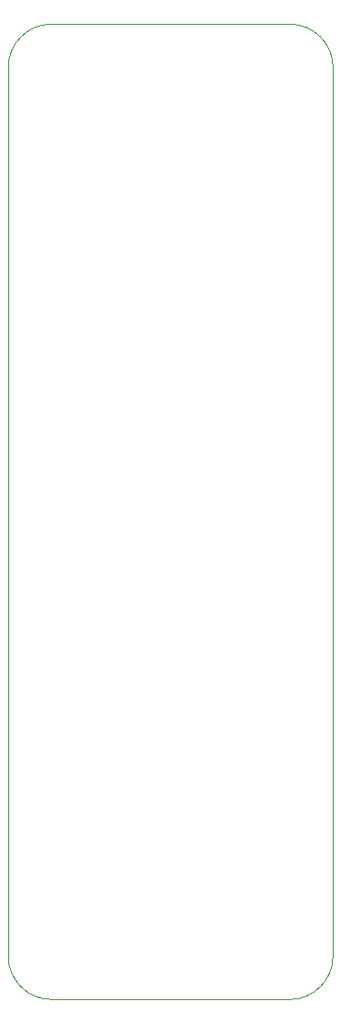
<source format=gbr>
%TF.GenerationSoftware,Altium Limited,Altium Designer,24.3.1 (35)*%
G04 Layer_Color=0*
%FSLAX45Y45*%
%MOMM*%
%TF.SameCoordinates,F890BB90-1D0F-4F84-9AE3-556F965AF49A*%
%TF.FilePolarity,Positive*%
%TF.FileFunction,Profile,NP*%
%TF.Part,Single*%
G01*
G75*
%TA.AperFunction,Profile*%
%ADD97C,0.02540*%
D97*
X5640000Y6400000D02*
X5639999Y14600000D01*
D02*
G02*
X6039999Y15000000I400000J0D01*
G01*
X8240000D01*
D02*
G02*
X8640000Y14600000I0J-400000D01*
G01*
Y6400000D01*
D02*
G02*
X8240000Y6000000I-400000J0D01*
G01*
X6040000D01*
D02*
G02*
X5640000Y6400000I0J400000D01*
G01*
%TF.MD5,c679f089386574bf77bc987318a0379d*%
M02*

</source>
